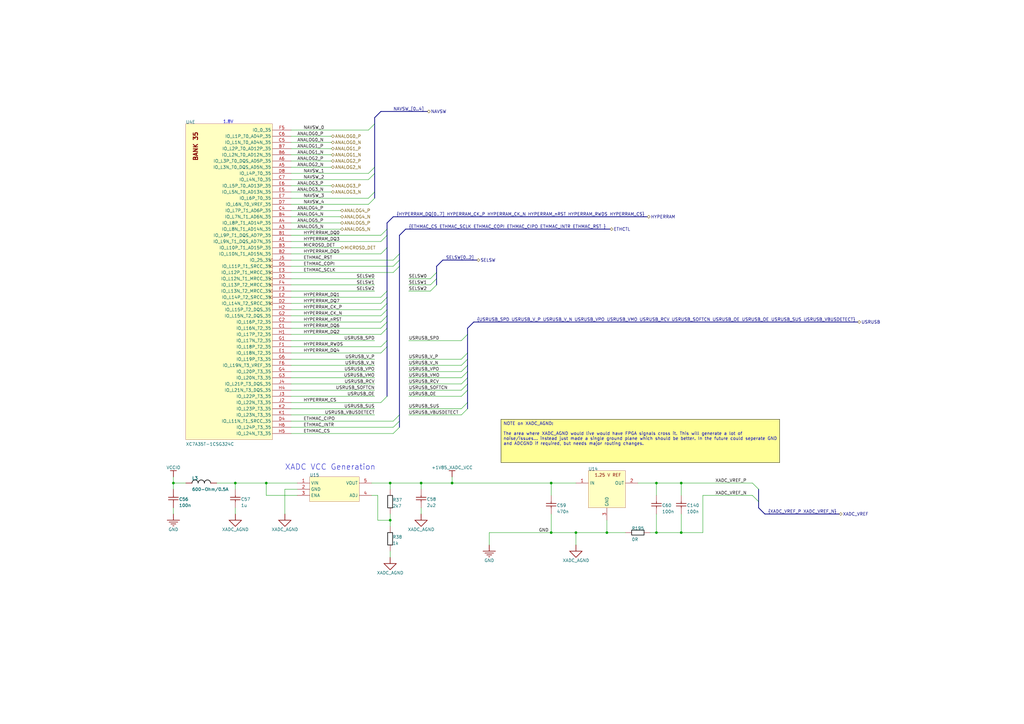
<source format=kicad_sch>
(kicad_sch (version 20231120) (generator "eeschema") (generator_version "8.0")
  (paper "A3")
  (title_block (title "NAE-SONATA-ONE") (date "2024-08-16") (rev "10") (company "NewAE Technology") (comment 2 "Apache-2"))
  (junction (at 226.06 218.44))
  (junction (at 236.22 218.44))
  (junction (at 269.24 218.44))
  (junction (at 248.92 218.44))
  (junction (at 160.02 198.12))
  (junction (at 109.22 198.12))
  (junction (at 96.52 198.12))
  (junction (at 172.72 198.12))
  (junction (at 269.24 198.12))
  (junction (at 279.4 198.12))
  (junction (at 185.42 198.12))
  (junction (at 160.02 213.36))
  (junction (at 279.4 218.44))
  (junction (at 71.12 198.12))
  (junction (at 226.06 198.12))
  (bus_entry (at 308.61 203.2) (size 2.54 2.54))
  (bus_entry (at 189.23 160.02) (size 2.54 -2.54))
  (bus_entry (at 156.21 121.92) (size 2.54 -2.54))
  (bus_entry (at 156.21 144.78) (size 2.54 -2.54))
  (bus_entry (at 156.21 165.1) (size 2.54 -2.54))
  (bus_entry (at 161.29 175.26) (size 2.54 -2.54))
  (bus_entry (at 189.23 170.18) (size 2.54 -2.54))
  (bus_entry (at 156.21 127) (size 2.54 -2.54))
  (bus_entry (at 161.29 109.22) (size 2.54 -2.54))
  (bus_entry (at 189.23 147.32) (size 2.54 -2.54))
  (bus_entry (at 156.21 134.62) (size 2.54 -2.54))
  (bus_entry (at 189.23 154.94) (size 2.54 -2.54))
  (bus_entry (at 189.23 162.56) (size 2.54 -2.54))
  (bus_entry (at 189.23 139.7) (size 2.54 -2.54))
  (bus_entry (at 151.13 73.66) (size 2.54 -2.54))
  (bus_entry (at 161.29 106.68) (size 2.54 -2.54))
  (bus_entry (at 189.23 149.86) (size 2.54 -2.54))
  (bus_entry (at 176.53 116.84) (size 2.54 -2.54))
  (bus_entry (at 151.13 83.82) (size 2.54 -2.54))
  (bus_entry (at 156.21 129.54) (size 2.54 -2.54))
  (bus_entry (at 161.29 111.76) (size 2.54 -2.54))
  (bus_entry (at 189.23 152.4) (size 2.54 -2.54))
  (bus_entry (at 161.29 177.8) (size 2.54 -2.54))
  (bus_entry (at 151.13 53.34) (size 2.54 -2.54))
  (bus_entry (at 161.29 172.72) (size 2.54 -2.54))
  (bus_entry (at 156.21 124.46) (size 2.54 -2.54))
  (bus_entry (at 156.21 104.14) (size 2.54 -2.54))
  (bus_entry (at 156.21 132.08) (size 2.54 -2.54))
  (bus_entry (at 308.61 198.12) (size 2.54 2.54))
  (bus_entry (at 151.13 81.28) (size 2.54 -2.54))
  (bus_entry (at 176.53 114.3) (size 2.54 -2.54))
  (bus_entry (at 189.23 157.48) (size 2.54 -2.54))
  (bus_entry (at 156.21 96.52) (size 2.54 -2.54))
  (bus_entry (at 156.21 142.24) (size 2.54 -2.54))
  (bus_entry (at 151.13 71.12) (size 2.54 -2.54))
  (bus_entry (at 189.23 167.64) (size 2.54 -2.54))
  (bus_entry (at 176.53 119.38) (size 2.54 -2.54))
  (bus_entry (at 156.21 137.16) (size 2.54 -2.54))
  (bus_entry (at 156.21 99.06) (size 2.54 -2.54))
  (bus (pts (xy 191.77 154.94) (xy 191.77 152.4)))
  (wire (pts (xy 119.38 99.06) (xy 156.21 99.06)))
  (wire (pts (xy 288.29 203.2) (xy 308.61 203.2)))
  (wire (pts (xy 160.02 213.36) (xy 154.94 213.36)))
  (wire (pts (xy 172.72 210.82) (xy 172.72 208.28)))
  (bus (pts (xy 163.83 170.18) (xy 163.83 109.22)))
  (bus (pts (xy 161.29 88.9) (xy 265.43 88.9)))
  (wire (pts (xy 119.38 116.84) (xy 153.67 116.84)))
  (bus (pts (xy 158.75 119.38) (xy 158.75 101.6)))
  (wire (pts (xy 172.72 198.12) (xy 172.72 200.66)))
  (bus (pts (xy 313.69 210.82) (xy 344.17 210.82)))
  (wire (pts (xy 119.38 106.68) (xy 161.29 106.68)))
  (bus (pts (xy 311.15 208.28) (xy 313.69 210.82)))
  (wire (pts (xy 167.64 119.38) (xy 176.53 119.38)))
  (wire (pts (xy 167.64 147.32) (xy 189.23 147.32)))
  (wire (pts (xy 119.38 83.82) (xy 151.13 83.82)))
  (bus (pts (xy 163.83 109.22) (xy 163.83 106.68)))
  (bus (pts (xy 158.75 101.6) (xy 158.75 96.52)))
  (wire (pts (xy 185.42 198.12) (xy 185.42 195.58)))
  (wire (pts (xy 119.38 142.24) (xy 156.21 142.24)))
  (wire (pts (xy 109.22 198.12) (xy 109.22 203.2)))
  (wire (pts (xy 119.38 58.42) (xy 135.89 58.42)))
  (wire (pts (xy 160.02 226.06) (xy 160.02 228.6)))
  (wire (pts (xy 154.94 213.36) (xy 154.94 203.2)))
  (wire (pts (xy 119.38 121.92) (xy 156.21 121.92)))
  (wire (pts (xy 119.38 165.1) (xy 156.21 165.1)))
  (wire (pts (xy 119.38 78.74) (xy 135.89 78.74)))
  (wire (pts (xy 248.92 218.44) (xy 236.22 218.44)))
  (wire (pts (xy 119.38 154.94) (xy 153.67 154.94)))
  (wire (pts (xy 119.38 76.2) (xy 135.89 76.2)))
  (bus (pts (xy 158.75 93.98) (xy 158.75 91.44)))
  (wire (pts (xy 236.22 223.52) (xy 236.22 218.44)))
  (wire (pts (xy 119.38 132.08) (xy 156.21 132.08)))
  (bus (pts (xy 179.07 111.76) (xy 179.07 109.22)))
  (bus (pts (xy 194.31 132.08) (xy 351.79 132.08)))
  (bus (pts (xy 158.75 134.62) (xy 158.75 132.08)))
  (wire (pts (xy 279.4 198.12) (xy 308.61 198.12)))
  (wire (pts (xy 119.38 73.66) (xy 151.13 73.66)))
  (wire (pts (xy 119.38 147.32) (xy 153.67 147.32)))
  (wire (pts (xy 116.84 210.82) (xy 116.84 200.66)))
  (wire (pts (xy 279.4 210.82) (xy 279.4 218.44)))
  (bus (pts (xy 153.67 78.74) (xy 153.67 71.12)))
  (bus (pts (xy 158.75 96.52) (xy 158.75 93.98)))
  (bus (pts (xy 181.61 106.68) (xy 195.58 106.68)))
  (wire (pts (xy 71.12 198.12) (xy 71.12 200.66)))
  (wire (pts (xy 71.12 195.58) (xy 71.12 198.12)))
  (bus (pts (xy 179.07 109.22) (xy 181.61 106.68)))
  (wire (pts (xy 119.38 127) (xy 156.21 127)))
  (wire (pts (xy 88.9 198.12) (xy 96.52 198.12)))
  (wire (pts (xy 269.24 218.44) (xy 266.7 218.44)))
  (bus (pts (xy 158.75 139.7) (xy 158.75 134.62)))
  (bus (pts (xy 158.75 142.24) (xy 158.75 139.7)))
  (bus (pts (xy 153.67 68.58) (xy 153.67 50.8)))
  (wire (pts (xy 200.66 218.44) (xy 200.66 223.52)))
  (wire (pts (xy 119.38 129.54) (xy 156.21 129.54)))
  (wire (pts (xy 119.38 86.36) (xy 139.7 86.36)))
  (wire (pts (xy 167.64 170.18) (xy 189.23 170.18)))
  (wire (pts (xy 160.02 198.12) (xy 160.02 200.66)))
  (wire (pts (xy 269.24 198.12) (xy 279.4 198.12)))
  (wire (pts (xy 167.64 116.84) (xy 176.53 116.84)))
  (wire (pts (xy 119.38 139.7) (xy 153.67 139.7)))
  (wire (pts (xy 261.62 198.12) (xy 269.24 198.12)))
  (bus (pts (xy 179.07 114.3) (xy 179.07 111.76)))
  (wire (pts (xy 119.38 91.44) (xy 139.7 91.44)))
  (wire (pts (xy 109.22 198.12) (xy 121.92 198.12)))
  (wire (pts (xy 119.38 63.5) (xy 135.89 63.5)))
  (wire (pts (xy 96.52 200.66) (xy 96.52 198.12)))
  (bus (pts (xy 163.83 172.72) (xy 163.83 170.18)))
  (wire (pts (xy 154.94 203.2) (xy 152.4 203.2)))
  (bus (pts (xy 191.77 147.32) (xy 191.77 144.78)))
  (bus (pts (xy 163.83 104.14) (xy 163.83 96.52)))
  (wire (pts (xy 248.92 213.36) (xy 248.92 218.44)))
  (bus (pts (xy 158.75 124.46) (xy 158.75 121.92)))
  (bus (pts (xy 163.83 175.26) (xy 163.83 172.72)))
  (wire (pts (xy 119.38 157.48) (xy 153.67 157.48)))
  (wire (pts (xy 116.84 200.66) (xy 121.92 200.66)))
  (wire (pts (xy 160.02 210.82) (xy 160.02 213.36)))
  (wire (pts (xy 167.64 167.64) (xy 189.23 167.64)))
  (wire (pts (xy 119.38 167.64) (xy 153.67 167.64)))
  (wire (pts (xy 167.64 154.94) (xy 189.23 154.94)))
  (wire (pts (xy 119.38 93.98) (xy 139.7 93.98)))
  (wire (pts (xy 119.38 55.88) (xy 135.89 55.88)))
  (wire (pts (xy 185.42 198.12) (xy 226.06 198.12)))
  (wire (pts (xy 167.64 152.4) (xy 189.23 152.4)))
  (bus (pts (xy 191.77 167.64) (xy 191.77 165.1)))
  (wire (pts (xy 226.06 210.82) (xy 226.06 218.44)))
  (wire (pts (xy 119.38 172.72) (xy 161.29 172.72)))
  (wire (pts (xy 119.38 109.22) (xy 161.29 109.22)))
  (wire (pts (xy 288.29 218.44) (xy 288.29 203.2)))
  (wire (pts (xy 119.38 104.14) (xy 156.21 104.14)))
  (wire (pts (xy 119.38 134.62) (xy 156.21 134.62)))
  (bus (pts (xy 158.75 127) (xy 158.75 124.46)))
  (wire (pts (xy 109.22 203.2) (xy 121.92 203.2)))
  (wire (pts (xy 71.12 208.28) (xy 71.12 210.82)))
  (wire (pts (xy 226.06 198.12) (xy 226.06 203.2)))
  (bus (pts (xy 158.75 129.54) (xy 158.75 127)))
  (wire (pts (xy 167.64 114.3) (xy 176.53 114.3)))
  (wire (pts (xy 119.38 66.04) (xy 135.89 66.04)))
  (wire (pts (xy 279.4 218.44) (xy 288.29 218.44)))
  (bus (pts (xy 191.77 144.78) (xy 191.77 137.16)))
  (wire (pts (xy 279.4 203.2) (xy 279.4 198.12)))
  (wire (pts (xy 167.64 160.02) (xy 189.23 160.02)))
  (bus (pts (xy 158.75 91.44) (xy 161.29 88.9)))
  (bus (pts (xy 191.77 137.16) (xy 191.77 134.62)))
  (bus (pts (xy 191.77 160.02) (xy 191.77 157.48)))
  (wire (pts (xy 119.38 170.18) (xy 153.67 170.18)))
  (wire (pts (xy 119.38 96.52) (xy 156.21 96.52)))
  (wire (pts (xy 152.4 198.12) (xy 160.02 198.12)))
  (wire (pts (xy 160.02 213.36) (xy 160.02 215.9)))
  (bus (pts (xy 191.77 157.48) (xy 191.77 154.94)))
  (wire (pts (xy 119.38 137.16) (xy 156.21 137.16)))
  (wire (pts (xy 226.06 218.44) (xy 200.66 218.44)))
  (wire (pts (xy 167.64 149.86) (xy 189.23 149.86)))
  (bus (pts (xy 166.37 93.98) (xy 250.19 93.98)))
  (wire (pts (xy 269.24 198.12) (xy 269.24 203.2)))
  (bus (pts (xy 191.77 165.1) (xy 191.77 160.02)))
  (wire (pts (xy 269.24 210.82) (xy 269.24 218.44)))
  (bus (pts (xy 158.75 121.92) (xy 158.75 119.38)))
  (bus (pts (xy 158.75 162.56) (xy 158.75 142.24)))
  (wire (pts (xy 119.38 119.38) (xy 153.67 119.38)))
  (wire (pts (xy 160.02 198.12) (xy 172.72 198.12)))
  (wire (pts (xy 119.38 101.6) (xy 139.7 101.6)))
  (wire (pts (xy 172.72 198.12) (xy 185.42 198.12)))
  (bus (pts (xy 158.75 132.08) (xy 158.75 129.54)))
  (wire (pts (xy 226.06 198.12) (xy 236.22 198.12)))
  (wire (pts (xy 71.12 198.12) (xy 76.2 198.12)))
  (bus (pts (xy 163.83 96.52) (xy 166.37 93.98)))
  (bus (pts (xy 156.21 45.72) (xy 175.26 45.72)))
  (wire (pts (xy 119.38 149.86) (xy 153.67 149.86)))
  (bus (pts (xy 153.67 71.12) (xy 153.67 68.58)))
  (wire (pts (xy 119.38 160.02) (xy 153.67 160.02)))
  (wire (pts (xy 96.52 210.82) (xy 96.52 208.28)))
  (bus (pts (xy 179.07 116.84) (xy 179.07 114.3)))
  (wire (pts (xy 167.64 139.7) (xy 189.23 139.7)))
  (wire (pts (xy 269.24 218.44) (xy 279.4 218.44)))
  (wire (pts (xy 119.38 53.34) (xy 151.13 53.34)))
  (bus (pts (xy 311.15 200.66) (xy 311.15 205.74)))
  (wire (pts (xy 167.64 157.48) (xy 189.23 157.48)))
  (wire (pts (xy 119.38 175.26) (xy 161.29 175.26)))
  (wire (pts (xy 119.38 68.58) (xy 135.89 68.58)))
  (wire (pts (xy 119.38 88.9) (xy 139.7 88.9)))
  (bus (pts (xy 191.77 149.86) (xy 191.77 147.32)))
  (bus (pts (xy 311.15 205.74) (xy 311.15 208.28)))
  (bus (pts (xy 153.67 50.8) (xy 153.67 48.26)))
  (wire (pts (xy 119.38 114.3) (xy 153.67 114.3)))
  (wire (pts (xy 119.38 60.96) (xy 135.89 60.96)))
  (wire (pts (xy 119.38 162.56) (xy 153.67 162.56)))
  (bus (pts (xy 153.67 81.28) (xy 153.67 78.74)))
  (wire (pts (xy 256.54 218.44) (xy 248.92 218.44)))
  (wire (pts (xy 119.38 177.8) (xy 161.29 177.8)))
  (wire (pts (xy 236.22 218.44) (xy 226.06 218.44)))
  (bus (pts (xy 191.77 152.4) (xy 191.77 149.86)))
  (wire (pts (xy 119.38 71.12) (xy 151.13 71.12)))
  (wire (pts (xy 119.38 111.76) (xy 161.29 111.76)))
  (bus (pts (xy 153.67 48.26) (xy 156.21 45.72)))
  (wire (pts (xy 119.38 152.4) (xy 153.67 152.4)))
  (wire (pts (xy 119.38 124.46) (xy 156.21 124.46)))
  (bus (pts (xy 163.83 106.68) (xy 163.83 104.14)))
  (bus (pts (xy 191.77 134.62) (xy 194.31 132.08)))
  (wire (pts (xy 96.52 198.12) (xy 109.22 198.12)))
  (wire (pts (xy 119.38 144.78) (xy 156.21 144.78)))
  (wire (pts (xy 167.64 162.56) (xy 189.23 162.56)))
  (wire (pts (xy 119.38 81.28) (xy 151.13 81.28)))
  (text_box "NOTE on XADC_AGND:\n\nThe area where XADC_AGND would live would have FPGA signals cross it. This will generate a lot of noise/issues... instead just made a single ground plane which should be better. In the future could seperate GND and ADCGND if required, but needs major routing changes." (at 319.786 171.958 0) (size -114.3 17.78) (stroke (width 0) (color 0 0 0 1)) (fill (type color) (color 255 255 150 1)) (effects (font (size 1.27 1.27)) (justify left top)))
  (text "XADC VCC Generation" (at 116.84 193.04 0) (effects (font (size 2.286 2.286)) (justify left bottom)))
  (text "1.8V" (at 91.44 50.8 0) (effects (font (size 1.27 1.27)) (justify left bottom)))
  (label "HYPERRAM_DQ7" (at 124.46 124.46 0))
  (label "SELSW1" (at 167.64 116.84 0))
  (label "USRUSB_VMO" (at 153.67 154.94 180))
  (label "ETHMAC_SCLK" (at 124.46 111.76 0))
  (label "HYPERRAM_CK_N" (at 124.46 129.54 0))
  (label "SELSW[0..2]" (at 182.88 106.68 0))
  (label "ETHMAC_INTR" (at 124.46 175.26 0))
  (label "SELSW2" (at 153.67 119.38 180))
  (label "USRUSB_SOFTCN" (at 167.64 160.02 0))
  (label "USRUSB_V_N" (at 167.64 149.86 0))
  (label "USRUSB_RCV" (at 167.64 157.48 0))
  (label "ETHMAC_COPI" (at 124.46 109.22 0))
  (label "ANALOG5_N" (at 121.92 93.98 0))
  (label "ANALOG1_N" (at 121.92 63.5 0))
  (label "USRUSB_VBUSDETECT" (at 153.67 170.18 180))
  (label "HYPERRAM_CK_P" (at 124.46 127 0))
  (label "{USRUSB_SPD USRUSB_V_P USRUSB_V_N USRUSB_VPO USRUSB_VMO USRUSB_RCV USRUSB_SOFTCN USRUSB_OE USRUSB_OE USRUSB_SUS USRUSB_VBUSDETECT}" (at 195.58 132.08 0))
  (label "ANALOG3_P" (at 121.92 76.2 0))
  (label "ANALOG2_P" (at 121.92 66.04 0))
  (label "HYPERRAM_RWDS" (at 124.46 142.24 0))
  (label "USRUSB_VMO" (at 167.64 154.94 0))
  (label "ANALOG1_P" (at 121.92 60.96 0))
  (label "ETHMAC_CIPO" (at 124.46 172.72 0))
  (label "NAVSW_3" (at 124.46 81.28 0))
  (label "{ETHMAC_CS ETHMAC_SCLK ETHMAC_COPI ETHMAC_CIPO ETHMAC_INTR ETHMAC_RST }" (at 167.64 93.98 0))
  (label "MICROSD_DET" (at 124.46 101.6 0))
  (label "NAVSW_0" (at 124.46 53.34 0))
  (label "GND" (at 220.98 218.44 0))
  (label "SELSW1" (at 153.67 116.84 180))
  (label "USRUSB_V_N" (at 153.67 149.86 180))
  (label "ANALOG4_N" (at 121.92 88.9 0))
  (label "USRUSB_RCV" (at 153.67 157.48 180))
  (label "SELSW2" (at 167.64 119.38 0))
  (label "HYPERRAM_nRST" (at 124.46 132.08 0))
  (label "HYPERRAM_DQ0" (at 124.46 96.52 0))
  (label "USRUSB_VPO" (at 167.64 152.4 0))
  (label "HYPERRAM_DQ5" (at 124.46 104.14 0))
  (label "USRUSB_V_P" (at 153.67 147.32 180))
  (label "ANALOG2_N" (at 121.92 68.58 0))
  (label "XADC_VREF_P" (at 293.37 198.12 0))
  (label "HYPERRAM_DQ6" (at 124.46 134.62 0))
  (label "ANALOG0_N" (at 121.92 58.42 0))
  (label "USRUSB_SPD" (at 167.64 139.7 0))
  (label "SELSW0" (at 153.67 114.3 180))
  (label "HYPERRAM_DQ2" (at 124.46 137.16 0))
  (label "HYPERRAM_DQ3" (at 124.46 99.06 0))
  (label "USRUSB_VBUSDETECT" (at 167.64 170.18 0))
  (label "USRUSB_SUS" (at 167.64 167.64 0))
  (label "XADC_VREF_N" (at 293.37 203.2 0))
  (label "ANALOG4_P" (at 121.92 86.36 0))
  (label "HYPERRAM_DQ1" (at 124.46 121.92 0))
  (label "USRUSB_SPD" (at 153.67 139.7 180))
  (label "USRUSB_VPO" (at 153.67 152.4 180))
  (label "NAVSW_[0..4]" (at 161.29 45.72 0))
  (label "ANALOG5_P" (at 121.92 91.44 0))
  (label "ETHMAC_RST" (at 124.46 106.68 0))
  (label "USRUSB_V_P" (at 167.64 147.32 0))
  (label "{XADC_VREF_P XADC_VREF_N}" (at 314.96 210.82 0))
  (label "USRUSB_OE" (at 153.67 162.56 180))
  (label "USRUSB_SUS" (at 153.67 167.64 180))
  (label "NAVSW_1" (at 124.46 71.12 0))
  (label "ANALOG3_N" (at 121.92 78.74 0))
  (label "ANALOG0_P" (at 121.92 55.88 0))
  (label "NAVSW_2" (at 124.46 73.66 0))
  (label "{HYPERRAM_DQ[0..7] HYPERRAM_CK_P HYPERRAM_CK_N HYPERRAM_nRST HYPERRAM_RWDS HYPERRAM_CS}" (at 162.56 88.9 0))
  (label "NAVSW_4" (at 124.46 83.82 0))
  (label "SELSW0" (at 167.64 114.3 0))
  (label "HYPERRAM_DQ4" (at 124.46 144.78 0))
  (label "HYPERRAM_CS" (at 124.46 165.1 0))
  (label "USRUSB_OE" (at 167.64 162.56 0))
  (label "ETHMAC_CS" (at 124.46 177.8 0))
  (label "USRUSB_SOFTCN" (at 153.67 160.02 180))
  (hierarchical_label "ANALOG3_N" (shape bidirectional) (at 135.89 78.74 0))
  (hierarchical_label "ANALOG5_P" (shape bidirectional) (at 139.7 91.44 0))
  (hierarchical_label "NAVSW" (shape bidirectional) (at 175.26 45.72 0))
  (hierarchical_label "USRUSB" (shape bidirectional) (at 351.79 132.08 0))
  (hierarchical_label "ANALOG4_N" (shape bidirectional) (at 139.7 88.9 0))
  (hierarchical_label "MICROSD_DET" (shape bidirectional) (at 139.7 101.6 0))
  (hierarchical_label "ANALOG5_N" (shape bidirectional) (at 139.7 93.98 0))
  (hierarchical_label "ANALOG2_N" (shape bidirectional) (at 135.89 68.58 0))
  (hierarchical_label "ANALOG0_N" (shape bidirectional) (at 135.89 58.42 0))
  (hierarchical_label "ANALOG3_P" (shape bidirectional) (at 135.89 76.2 0))
  (hierarchical_label "ANALOG1_P" (shape bidirectional) (at 135.89 60.96 0))
  (hierarchical_label "ANALOG1_N" (shape bidirectional) (at 135.89 63.5 0))
  (hierarchical_label "SELSW" (shape bidirectional) (at 195.58 106.68 0))
  (hierarchical_label "ANALOG2_P" (shape bidirectional) (at 135.89 66.04 0))
  (hierarchical_label "XADC_VREF" (shape bidirectional) (at 344.17 210.82 0))
  (hierarchical_label "HYPERRAM" (shape bidirectional) (at 265.43 88.9 0))
  (hierarchical_label "ANALOG4_P" (shape bidirectional) (at 139.7 86.36 0))
  (hierarchical_label "ETHCTL" (shape bidirectional) (at 250.19 93.98 0))
  (hierarchical_label "ANALOG0_P" (shape bidirectional) (at 135.89 55.88 0))
  (symbol (lib_id "SONATA-ONE-symbols:XADC_AGND_SIGNAL_GROUND") (at 96.52 210.82 0) (unit 1)
    (property "Reference" "#PWR0119" (effects (hide yes)))
    (property "Value" "XADC_AGND" (at 96.52 217.17 0))
    (property "Description" "Power symbol creates a global label with name 'XADC_AGND'" (effects (hide yes)))
  )
  (symbol (lib_id "SONATA-ONE-symbols:root_0_CAP") (at 226.06 208.28 0) (unit 1)
    (property "Reference" "C59" (at 228.346 208.026 0) (effects (justify left bottom)))
    (property "Value" "470n" (at 228.346 210.566 0) (effects (justify left bottom)))
    (property "Footprint" "SONATA-ONE-LIBRARY:CAPC0603_M" (effects (hide yes)))
    (property "Description" "100n, 0402" (effects (hide yes)))
    (property "MANUFACTURE PART NUMBER 1" "UMK107B7474KA-TR" (effects (hide yes)))
  )
  (symbol (lib_id "SONATA-ONE-symbols:XADC_AGND_SIGNAL_GROUND") (at 236.22 223.52 0) (unit 1)
    (property "Reference" "#PWR0196" (effects (hide yes)))
    (property "Value" "XADC_AGND" (at 236.22 229.87 0))
    (property "Description" "Power symbol creates a global label with name 'XADC_AGND'" (effects (hide yes)))
  )
  (symbol (lib_id "SONATA-ONE-symbols:root_0_CAP") (at 172.72 205.74 0) (unit 1)
    (property "Reference" "C58" (at 175.006 205.486 0) (effects (justify left bottom)))
    (property "Value" "2u2" (at 175.006 208.026 0) (effects (justify left bottom)))
    (property "Footprint" "SONATA-ONE-LIBRARY:CAPC0603_M" (effects (hide yes)))
    (property "Description" "100n, 0402" (effects (hide yes)))
    (property "MANUFACTURE PART NUMBER 1" "GRM188R61E225MA12D" (effects (hide yes)))
  )
  (symbol (lib_id "SONATA-ONE-symbols:XADC_AGND_SIGNAL_GROUND") (at 160.02 228.6 0) (unit 1)
    (property "Reference" "#PWR0121" (effects (hide yes)))
    (property "Value" "XADC_AGND" (at 160.02 234.95 0))
    (property "Description" "Power symbol creates a global label with name 'XADC_AGND'" (effects (hide yes)))
  )
  (symbol (lib_id "SONATA-ONE-symbols:root_0_IND") (at 83.82 198.12 0) (unit 1)
    (property "Reference" "L3" (at 78.74 196.85 0) (effects (justify left bottom)))
    (property "Value" "600-Ohm/0.5A" (at 78.74 201.422 0) (effects (justify left bottom)))
    (property "Footprint" "SONATA-ONE-LIBRARY:IND_0603" (effects (hide yes)))
    (property "Description" "fixed ind, ferrite, shielded" (effects (hide yes)))
    (property "MANUFACTURE PART NUMBER 1" "BLM18AG601SN1D" (effects (hide yes)))
  )
  (symbol (lib_id "SONATA-ONE-symbols:root_1_RES-EU") (at 261.62 218.44 0) (unit 1)
    (property "Reference" "R195" (at 259.08 217.424 0) (effects (justify left bottom)))
    (property "Value" "0R" (at 259.08 221.996 0) (effects (justify left bottom)))
    (property "Footprint" "SONATA-ONE-LIBRARY:RESC1005X40N" (effects (hide yes)))
    (property "Description" "10k res, 0402, 1%, 1/16W" (effects (hide yes)))
    (property "MANUFACTURE PART NUMBER 1" "RC0402FR-070RL" (effects (hide yes)))
  )
  (symbol (lib_id "SONATA-ONE-symbols:+1V85_XADC_VCC_BAR") (at 185.42 195.58 180) (unit 1)
    (property "Reference" "#PWR0194" (effects (hide yes)))
    (property "Value" "+1V85_XADC_VCC" (at 185.42 191.77 0))
    (property "Description" "Power symbol creates a global label with name '+1V85_XADC_VCC'" (effects (hide yes)))
  )
  (symbol (lib_id "SONATA-ONE-symbols:root_0_CAP") (at 279.4 208.28 0) (unit 1)
    (property "Reference" "C140" (at 281.686 208.026 0) (effects (justify left bottom)))
    (property "Value" "100n" (at 281.686 210.566 0) (effects (justify left bottom)))
    (property "Footprint" "SONATA-ONE-LIBRARY:CAPC0402_M" (effects (hide yes)))
    (property "Description" "100n, 0402" (effects (hide yes)))
    (property "MANUFACTURE PART NUMBER 1" "CGA2B3X7R1V104K050BB" (effects (hide yes)))
  )
  (symbol (lib_id "SONATA-ONE-symbols:root_0_ADP123AUJZ-R7") (at 121.92 198.12 0) (unit 1)
    (property "Reference" "U15" (at 127 195.58 0) (effects (justify left bottom)))
    (property "Value" "Linear Voltage Regulator IC  1 Output  300mA TSOT-5" (effects (hide yes)))
    (property "Footprint" "SONATA-ONE-LIBRARY:SOT23-5P95_285X145L45X40" (effects (hide yes)))
    (property "Description" "IC REG LIN POS ADJ 300MA TSOT5" (effects (hide yes)))
    (property "MANUFACTURE PART NUMBER 1" "ADP123AUJZ-R7" (effects (hide yes)))
  )
  (symbol (lib_id "SONATA-ONE-symbols:root_0_REF3012AIDBZT") (at 236.22 198.12 0) (unit 1)
    (property "Reference" "U14" (at 241.3 193.04 0) (effects (justify left bottom)))
    (property "Value" "REF3012AIDBZT" (effects (hide yes)))
    (property "Footprint" "SONATA-ONE-LIBRARY:SOT95P237X112-3N" (effects (hide yes)))
    (property "Description" "IC VREF SERIES 0.2% SOT23-3" (effects (hide yes)))
    (property "MANUFACTURE PART NUMBER 1" "REF3012AIDBZT" (effects (hide yes)))
  )
  (symbol (lib_id "SONATA-ONE-symbols:root_0_CAP") (at 71.12 205.74 0) (unit 1)
    (property "Reference" "C56" (at 73.406 205.486 0) (effects (justify left bottom)))
    (property "Value" "100n" (at 73.406 208.026 0) (effects (justify left bottom)))
    (property "Footprint" "SONATA-ONE-LIBRARY:CAPC0402_M" (effects (hide yes)))
    (property "Description" "100n, 0402" (effects (hide yes)))
    (property "MANUFACTURE PART NUMBER 1" "CGA2B3X7R1V104K050BB" (effects (hide yes)))
  )
  (symbol (lib_id "SONATA-ONE-symbols:root_0_XLNX-XC7A35T-CSG324") (at 76.2 50.8 0) (unit 5)
    (property "Reference" "U4" (at 76.2 50.8 0) (effects (justify left bottom)))
    (property "Value" "XC7A35T-1CSG324C" (at 76.2 182.88 0) (effects (justify left bottom)))
    (property "Footprint" "SONATA-ONE-LIBRARY:CSG324" (effects (hide yes)))
    (property "Description" "Artix-7 FPGA, 210 User I/Os, 0 GTP, 324-Ball BGA, Speed Grade 1, Commercial Grade, Pb-Free" (effects (hide yes)))
  )
  (symbol (lib_id "SONATA-ONE-symbols:XADC_AGND_SIGNAL_GROUND") (at 116.84 210.82 0) (unit 1)
    (property "Reference" "#PWR0120" (effects (hide yes)))
    (property "Value" "XADC_AGND" (at 116.84 217.17 0))
    (property "Description" "Power symbol creates a global label with name 'XADC_AGND'" (effects (hide yes)))
  )
  (symbol (lib_id "SONATA-ONE-symbols:root_0_CAP") (at 96.52 205.74 0) (unit 1)
    (property "Reference" "C57" (at 98.806 205.486 0) (effects (justify left bottom)))
    (property "Value" "1u" (at 98.806 208.026 0) (effects (justify left bottom)))
    (property "Footprint" "SONATA-ONE-LIBRARY:CAPC0603_M" (effects (hide yes)))
    (property "Description" "100n, 0402" (effects (hide yes)))
    (property "MANUFACTURE PART NUMBER 1" "CL10A105KB8NNNC" (effects (hide yes)))
  )
  (symbol (lib_id "SONATA-ONE-symbols:XADC_AGND_SIGNAL_GROUND") (at 172.72 210.82 0) (unit 1)
    (property "Reference" "#PWR0193" (effects (hide yes)))
    (property "Value" "XADC_AGND" (at 172.72 217.17 0))
    (property "Description" "Power symbol creates a global label with name 'XADC_AGND'" (effects (hide yes)))
  )
  (symbol (lib_id "SONATA-ONE-symbols:root_0_RES-EU") (at 160.02 220.98 0) (unit 1)
    (property "Reference" "R38" (at 161.036 220.98 0) (effects (justify left bottom)))
    (property "Value" "1k" (at 161.036 223.52 0) (effects (justify left bottom)))
    (property "Footprint" "SONATA-ONE-LIBRARY:RESC1005X40N" (effects (hide yes)))
    (property "Description" "10k res, 0402, 1%, 1/16W" (effects (hide yes)))
    (property "MANUFACTURE PART NUMBER 1" "RC0402FR-071KL" (effects (hide yes)))
  )
  (symbol (lib_id "SONATA-ONE-symbols:GND_POWER_GROUND") (at 200.66 223.52 0) (unit 1)
    (property "Reference" "#PWR0195" (effects (hide yes)))
    (property "Value" "GND" (at 200.66 229.87 0))
    (property "Description" "Power symbol creates a global label with name 'GND'" (effects (hide yes)))
  )
  (symbol (lib_id "SONATA-ONE-symbols:root_0_RES-EU") (at 160.02 205.74 0) (unit 1)
    (property "Reference" "R37" (at 161.036 205.74 0) (effects (justify left bottom)))
    (property "Value" "2k7" (at 161.036 208.28 0) (effects (justify left bottom)))
    (property "Footprint" "SONATA-ONE-LIBRARY:RESC1005X40N" (effects (hide yes)))
    (property "Description" "10k res, 0402, 1%, 1/16W" (effects (hide yes)))
    (property "MANUFACTURE PART NUMBER 1" "RC0402FR-072K7L" (effects (hide yes)))
  )
  (symbol (lib_id "SONATA-ONE-symbols:root_0_CAP") (at 269.24 208.28 0) (unit 1)
    (property "Reference" "C60" (at 271.526 208.026 0) (effects (justify left bottom)))
    (property "Value" "100n" (at 271.526 210.566 0) (effects (justify left bottom)))
    (property "Footprint" "SONATA-ONE-LIBRARY:CAPC0402_M" (effects (hide yes)))
    (property "Description" "100n, 0402" (effects (hide yes)))
    (property "MANUFACTURE PART NUMBER 1" "CGA2B3X7R1V104K050BB" (effects (hide yes)))
  )
  (symbol (lib_id "SONATA-ONE-symbols:GND_POWER_GROUND") (at 71.12 210.82 0) (unit 1)
    (property "Reference" "#PWR0118" (effects (hide yes)))
    (property "Value" "GND" (at 71.12 217.17 0))
    (property "Description" "Power symbol creates a global label with name 'GND'" (effects (hide yes)))
  )
  (symbol (lib_id "SONATA-ONE-symbols:VCCIO_BAR") (at 71.12 195.58 180) (unit 1)
    (property "Reference" "#PWR0116" (effects (hide yes)))
    (property "Value" "VCCIO" (at 71.12 191.77 0))
    (property "Description" "Power symbol creates a global label with name 'VCCIO'" (effects (hide yes)))
  )
)
</source>
